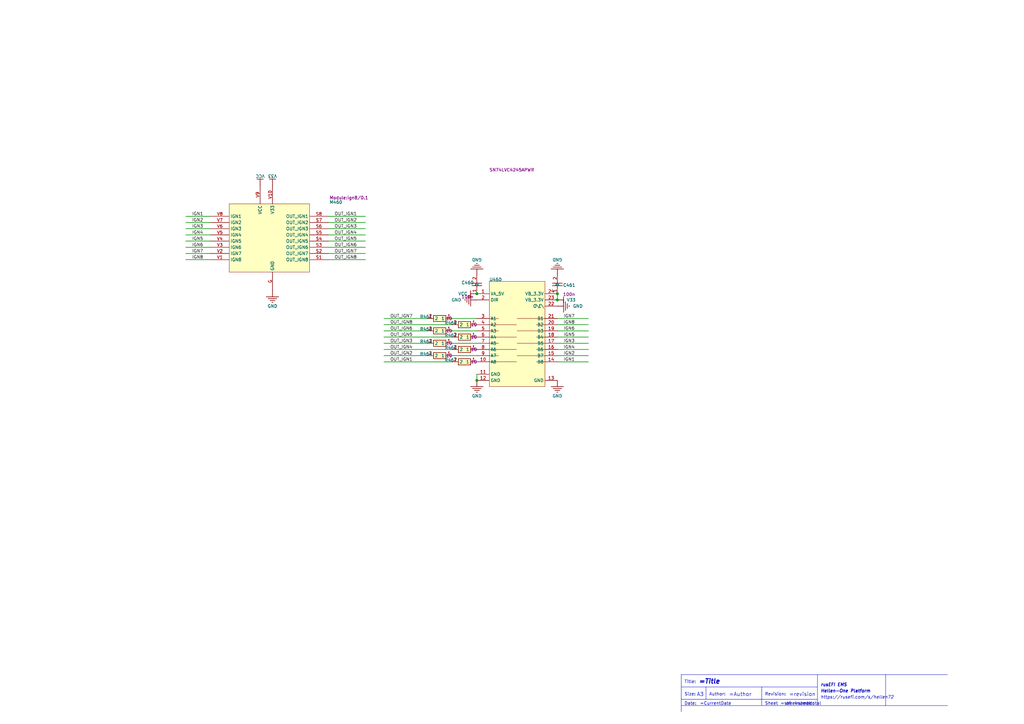
<source format=kicad_sch>
(kicad_sch (version 20201015) (generator eeschema)
  (paper "A3")
  (title_block (title "Hellen-One IGN8") (rev "0.1"))
  (lib_symbols
    (symbol "hellen1-ign8-altium-import:0_74LVC4245"
      (property "Value" "0_74LVC4245" (at 0 0 0))
      (symbol "0_74LVC4245_1_0"
        (rectangle (start 22.86 0) (end 0 -43.18) (fill (type background)))
        (polyline (pts (xy 0 -15.24) (xy 3.81 -15.24)))
        (polyline (pts (xy 22.86 -15.24) (xy 11.43 -15.24)))
        (polyline (pts (xy 0 -17.78) (xy 11.176 -17.78)))
        (polyline (pts (xy 19.304 -17.78) (xy 22.86 -17.78)))
        (polyline (pts (xy 0 -20.32) (xy 3.81 -20.32)))
        (polyline (pts (xy 22.86 -20.32) (xy 11.43 -20.32)))
        (polyline (pts (xy 0 -22.86) (xy 11.176 -22.86)))
        (polyline (pts (xy 19.304 -22.86) (xy 22.86 -22.86)))
        (polyline (pts (xy 0 -25.4) (xy 3.81 -25.4)))
        (polyline (pts (xy 22.86 -25.4) (xy 11.43 -25.4)))
        (polyline (pts (xy 0 -27.94) (xy 11.176 -27.94)))
        (polyline (pts (xy 19.304 -27.94) (xy 22.86 -27.94)))
        (polyline (pts (xy 0 -30.48) (xy 3.81 -30.48)))
        (polyline (pts (xy 22.86 -30.48) (xy 11.43 -30.48)))
        (polyline (pts (xy 0 -33.02) (xy 11.176 -33.02)))
        (polyline (pts (xy 19.304 -33.02) (xy 22.86 -33.02)))
        (pin bidirectional line (at -5.08 -15.24 0) (length 5.08) (name "A1") (number "3"))
        (pin bidirectional line (at 27.94 -15.24 180) (length 5.08) (name "B1") (number "21"))
        (pin bidirectional line (at -5.08 -17.78 0) (length 5.08) (name "A2") (number "4"))
        (pin power_in line (at -5.08 -5.08 0) (length 5.08) (name "VA_5V") (number "1"))
        (pin power_in line (at -5.08 -38.1 0) (length 5.08) (name "GND") (number "11"))
        (pin power_in line (at -5.08 -7.62 0) (length 5.08) (name "DIR") (number "2"))
        (pin bidirectional line (at 27.94 -17.78 180) (length 5.08) (name "B2") (number "20"))
        (pin bidirectional line (at -5.08 -20.32 0) (length 5.08) (name "A3") (number "5"))
        (pin bidirectional line (at 27.94 -20.32 180) (length 5.08) (name "B3") (number "19"))
        (pin bidirectional line (at -5.08 -22.86 0) (length 5.08) (name "A4") (number "6"))
        (pin bidirectional line (at 27.94 -22.86 180) (length 5.08) (name "B4") (number "18"))
        (pin bidirectional line (at -5.08 -25.4 0) (length 5.08) (name "A5") (number "7"))
        (pin bidirectional line (at 27.94 -25.4 180) (length 5.08) (name "B5") (number "17"))
        (pin bidirectional line (at -5.08 -27.94 0) (length 5.08) (name "A6") (number "8"))
        (pin bidirectional line (at 27.94 -27.94 180) (length 5.08) (name "B6") (number "16"))
        (pin bidirectional line (at -5.08 -30.48 0) (length 5.08) (name "A7") (number "9"))
        (pin bidirectional line (at 27.94 -30.48 180) (length 5.08) (name "B7") (number "15"))
        (pin bidirectional line (at -5.08 -33.02 0) (length 5.08) (name "A8") (number "10"))
        (pin bidirectional line (at 27.94 -33.02 180) (length 5.08) (name "B8") (number "14"))
        (pin power_in line (at -5.08 -40.64 0) (length 5.08) (name "GND") (number "12"))
        (pin power_in line (at 27.94 -40.64 180) (length 5.08) (name "GND") (number "13"))
        (pin power_in line (at 27.94 -5.08 180) (length 5.08) (name "VB_3.3V") (number "24"))
        (pin power_in line (at 27.94 -7.62 180) (length 5.08) (name "VB_3.3V") (number "23"))
        (pin power_in line (at 27.94 -10.16 180) (length 5.08) (name "O\\E\\") (number "22"))
      )
    )
    (symbol "hellen1-ign8-altium-import:0_Mod-Hellen-IGN8"
      (property "Value" "0_Mod-Hellen-IGN8" (at 0 0 0))
      (symbol "0_Mod-Hellen-IGN8_1_0"
        (rectangle (start 33.02 0) (end 0 -27.94) (fill (type background)))
        (pin passive line (at -7.62 -15.24 0) (length 7.62) (name "IGN5") (number "V4"))
        (pin passive line (at -7.62 -12.7 0) (length 7.62) (name "IGN4") (number "V5"))
        (pin passive line (at -7.62 -17.78 0) (length 7.62) (name "IGN6") (number "V3"))
        (pin passive line (at -7.62 -20.32 0) (length 7.62) (name "IGN7") (number "V2"))
        (pin passive line (at -7.62 -10.16 0) (length 7.62) (name "IGN3") (number "V6"))
        (pin passive line (at -7.62 -7.62 0) (length 7.62) (name "IGN2") (number "V7"))
        (pin passive line (at -7.62 -22.86 0) (length 7.62) (name "IGN8") (number "V1"))
        (pin passive line (at -7.62 -5.08 0) (length 7.62) (name "IGN1") (number "V8"))
        (pin passive line (at 40.64 -22.86 180) (length 7.62) (name "OUT_IGN8") (number "S1"))
        (pin passive line (at 40.64 -20.32 180) (length 7.62) (name "OUT_IGN7") (number "S2"))
        (pin passive line (at 40.64 -17.78 180) (length 7.62) (name "OUT_IGN6") (number "S3"))
        (pin passive line (at 40.64 -15.24 180) (length 7.62) (name "OUT_IGN5") (number "S4"))
        (pin passive line (at 40.64 -12.7 180) (length 7.62) (name "OUT_IGN4") (number "S5"))
        (pin passive line (at 40.64 -10.16 180) (length 7.62) (name "OUT_IGN3") (number "S6"))
        (pin passive line (at 40.64 -7.62 180) (length 7.62) (name "OUT_IGN2") (number "S7"))
        (pin passive line (at 40.64 -5.08 180) (length 7.62) (name "OUT_IGN1") (number "S8"))
        (pin passive line (at 17.78 -35.56 90) (length 7.62) (name "GND") (number "G"))
        (pin passive line (at 12.7 7.62 270) (length 7.62) (name "VCC") (number "V9"))
        (pin passive line (at 17.78 7.62 270) (length 7.62) (name "V33") (number "V10"))
      )
    )
    (symbol "hellen1-ign8-altium-import:2_mirrored_Cap"
      (property "Value" "2_mirrored_Cap" (at 0 0 0))
      (symbol "2_mirrored_Cap_1_0"
        (polyline (pts (xy 2.032 4.318) (xy -2.032 4.318)) (stroke (width 0.254)))
        (polyline (pts (xy -2.032 3.302) (xy 2.032 3.302)) (stroke (width 0.254)))
        (polyline (pts (xy 0 2.54) (xy 0 3.302)) (stroke (width 0.254)))
        (polyline (pts (xy 0 5.08) (xy 0 4.318)) (stroke (width 0.254)))
        (pin passive line (at 0 0 90) (length 2.54) (name "1") (number "1"))
        (pin passive line (at 0 7.62 270) (length 2.54) (name "2") (number "2"))
      )
    )
    (symbol "hellen1-ign8-altium-import:3_Res"
      (property "Value" "3_Res" (at 0 0 0))
      (symbol "3_Res_1_0"
        (rectangle (start -2.54 1.27) (end -7.62 -1.27) (stroke (width 0.254)) (fill (type background)))
        (pin passive line (at -10.16 0 0) (length 2.54) (name "2") (number "2"))
        (pin passive line (at 0 0 180) (length 2.54) (name "1") (number "1"))
      )
    )
    (symbol "hellen1-ign8-altium-import:GND" (power)
      (property "Reference" "#PWR" (at 0 0 0))
      (property "Value" "GND" (at 0 6.35 0))
      (symbol "GND_0_0"
        (polyline (pts (xy 0 0) (xy 0 -2.54)) (stroke (width 0.254)))
        (polyline (pts (xy -2.54 -2.54) (xy 2.54 -2.54)) (stroke (width 0.254)))
        (polyline (pts (xy -1.778 -3.302) (xy 1.778 -3.302)) (stroke (width 0.254)))
        (polyline (pts (xy -1.016 -4.064) (xy 1.016 -4.064)) (stroke (width 0.254)))
        (polyline (pts (xy -0.254 -4.826) (xy 0.254 -4.826)) (stroke (width 0.254)))
        (pin power_in line (at 0 0 0) (length 0) hide (name "GND") (number ""))
      )
    )
    (symbol "hellen1-ign8-altium-import:V33" (power)
      (property "Reference" "#PWR" (at 0 0 0))
      (property "Value" "V33" (at 0 3.81 0))
      (symbol "V33_0_0"
        (polyline (pts (xy 0 0) (xy 0 -2.54)) (stroke (width 0.254)))
        (polyline (pts (xy -1.27 -2.54) (xy 1.27 -2.54)) (stroke (width 0.254)))
        (pin power_in line (at 0 0 0) (length 0) hide (name "V33") (number ""))
      )
    )
    (symbol "hellen1-ign8-altium-import:VCC" (power)
      (property "Reference" "#PWR" (at 0 0 0))
      (property "Value" "VCC" (at 0 3.81 0))
      (symbol "VCC_0_0"
        (polyline (pts (xy 0 0) (xy 0 -2.54)) (stroke (width 0.254)))
        (polyline (pts (xy -1.27 -2.54) (xy 1.27 -2.54)) (stroke (width 0.254)))
        (pin power_in line (at 0 0 0) (length 0) hide (name "VCC") (number ""))
      )
    )
  )
  (junction (at 195.58 120.4722) (diameter 1.016))
  (junction (at 195.58 156.0322) (diameter 1.016))
  (junction (at 228.6 120.4722) (diameter 1.016))
  (junction (at 228.6 123.0122) (diameter 1.016))
  (wire (pts (xy 86.36 88.7222) (xy 76.2 88.7222)) (stroke (width 0.254)))
  (wire (pts (xy 86.36 91.2622) (xy 76.2 91.2622)) (stroke (width 0.254)))
  (wire (pts (xy 86.36 93.8022) (xy 76.2 93.8022)) (stroke (width 0.254)))
  (wire (pts (xy 86.36 96.3422) (xy 76.2 96.3422)) (stroke (width 0.254)))
  (wire (pts (xy 86.36 98.8822) (xy 76.2 98.8822)) (stroke (width 0.254)))
  (wire (pts (xy 86.36 101.4222) (xy 76.2 101.4222)) (stroke (width 0.254)))
  (wire (pts (xy 86.36 103.9622) (xy 76.2 103.9622)) (stroke (width 0.254)))
  (wire (pts (xy 86.36 106.5022) (xy 76.2 106.5022)) (stroke (width 0.254)))
  (wire (pts (xy 149.86 88.7222) (xy 134.62 88.7222)) (stroke (width 0.254)))
  (wire (pts (xy 149.86 91.2622) (xy 134.62 91.2622)) (stroke (width 0.254)))
  (wire (pts (xy 149.86 93.8022) (xy 134.62 93.8022)) (stroke (width 0.254)))
  (wire (pts (xy 149.86 96.3422) (xy 134.62 96.3422)) (stroke (width 0.254)))
  (wire (pts (xy 149.86 98.8822) (xy 134.62 98.8822)) (stroke (width 0.254)))
  (wire (pts (xy 149.86 101.4222) (xy 134.62 101.4222)) (stroke (width 0.254)))
  (wire (pts (xy 149.86 103.9622) (xy 134.62 103.9622)) (stroke (width 0.254)))
  (wire (pts (xy 149.86 106.5022) (xy 134.62 106.5022)) (stroke (width 0.254)))
  (wire (pts (xy 157.48 138.2522) (xy 185.42 138.2522)) (stroke (width 0.254)))
  (wire (pts (xy 157.48 140.7922) (xy 175.26 140.7922)) (stroke (width 0.254)))
  (wire (pts (xy 175.26 130.6322) (xy 157.48 130.6322)) (stroke (width 0.254)))
  (wire (pts (xy 175.26 135.7122) (xy 157.48 135.7122)) (stroke (width 0.254)))
  (wire (pts (xy 175.26 145.8722) (xy 157.48 145.8722)) (stroke (width 0.254)))
  (wire (pts (xy 185.42 130.6322) (xy 195.58 130.6322)) (stroke (width 0.254)))
  (wire (pts (xy 185.42 133.1722) (xy 157.48 133.1722)) (stroke (width 0.254)))
  (wire (pts (xy 185.42 135.7122) (xy 195.58 135.7122)) (stroke (width 0.254)))
  (wire (pts (xy 185.42 140.7922) (xy 195.58 140.7922)) (stroke (width 0.254)))
  (wire (pts (xy 185.42 143.3322) (xy 157.48 143.3322)) (stroke (width 0.254)))
  (wire (pts (xy 185.42 145.8722) (xy 195.58 145.8722)) (stroke (width 0.254)))
  (wire (pts (xy 185.42 148.4122) (xy 157.48 148.4122)) (stroke (width 0.254)))
  (wire (pts (xy 195.58 153.4922) (xy 195.58 156.0322)) (stroke (width 0.254)))
  (wire (pts (xy 228.6 123.0122) (xy 228.6 120.4722)) (stroke (width 0.254)))
  (wire (pts (xy 241.3 130.6322) (xy 228.6 130.6322)) (stroke (width 0.254)))
  (wire (pts (xy 241.3 133.1722) (xy 228.6 133.1722)) (stroke (width 0.254)))
  (wire (pts (xy 241.3 135.7122) (xy 228.6 135.7122)) (stroke (width 0.254)))
  (wire (pts (xy 241.3 138.2522) (xy 228.6 138.2522)) (stroke (width 0.254)))
  (wire (pts (xy 241.3 140.7922) (xy 228.6 140.7922)) (stroke (width 0.254)))
  (wire (pts (xy 241.3 143.3322) (xy 228.6 143.3322)) (stroke (width 0.254)))
  (wire (pts (xy 241.3 145.8722) (xy 228.6 145.8722)) (stroke (width 0.254)))
  (wire (pts (xy 241.3 148.4122) (xy 228.6 148.4122)) (stroke (width 0.254)))
  (polyline (pts (xy 279.4 276.6822) (xy 279.4 291.9222)) (stroke (width 0) (type solid)))
  (polyline (pts (xy 279.4 281.7622) (xy 335.28 281.7622)) (stroke (width 0) (type solid)))
  (polyline (pts (xy 279.4 286.8422) (xy 335.28 286.8422)) (stroke (width 0) (type solid)))
  (polyline (pts (xy 289.56 281.7622) (xy 289.56 286.8422)) (stroke (width 0) (type solid)))
  (polyline (pts (xy 312.42 281.7622) (xy 312.42 289.3822)) (stroke (width 0) (type solid)))
  (polyline (pts (xy 335.28 276.6822) (xy 335.28 289.3822)) (stroke (width 0) (type solid)))
  (polyline (pts (xy 363.22 276.6822) (xy 279.4 276.6822)) (stroke (width 0) (type solid)))
  (polyline (pts (xy 363.22 276.6822) (xy 363.22 289.3822)) (stroke (width 0) (type solid)))
  (polyline (pts (xy 363.22 289.3822) (xy 279.4 289.3822)) (stroke (width 0) (type solid)))
  (polyline (pts (xy 363.22 289.3822) (xy 388.62 289.3822)) (stroke (width 0) (type solid)))
  (polyline (pts (xy 388.62 276.6822) (xy 363.22 276.6822)) (stroke (width 0) (type solid)))
  (text "Title:" (at 280.67 280.4922 180) (effects (font (size 1.27 1.27)) (justify left bottom)))
  (text "Size:" (at 280.67 285.5722 180) (effects (font (size 1.27 1.27)) (justify left bottom)))
  (text "Date:" (at 280.67 289.3822 180) (effects (font (size 1.27 1.27)) (justify left bottom)))
  (text "A3" (at 285.75 285.8262 180) (effects (font (size 1.524 1.524)) (justify left bottom)))
  (text "=Title" (at 286.512 280.7462 180) (effects (font (size 1.905 1.905) bold italic) (justify left bottom)))
  (text "=CurrentDate" (at 287.02 289.3822 180) (effects (font (size 1.27 1.27)) (justify left bottom)))
  (text "Author:" (at 290.83 285.5722 180) (effects (font (size 1.27 1.27)) (justify left bottom)))
  (text "=Author" (at 298.958 285.8262 180) (effects (font (size 1.524 1.524)) (justify left bottom)))
  (text "Revision:" (at 313.69 285.5722 180) (effects (font (size 1.27 1.27)) (justify left bottom)))
  (text "Sheet" (at 313.69 289.3822 180) (effects (font (size 1.27 1.27)) (justify left bottom)))
  (text "=sheetnumber" (at 320.04 289.3822 180) (effects (font (size 1.27 1.27)) (justify left bottom)))
  (text "of" (at 322.326 289.3822 180) (effects (font (size 1.27 1.27)) (justify left bottom)))
  (text "=revision" (at 323.596 285.8262 180) (effects (font (size 1.524 1.524)) (justify left bottom)))
  (text "=sheettotal" (at 325.628 289.3822 180) (effects (font (size 1.27 1.27)) (justify left bottom)))
  (text "rusEFI EMS" (at 336.55 281.7622 180) (effects (font (size 1.27 1.27) bold italic) (justify left bottom)))
  (text "Hellen-One Platform" (at 336.55 284.3022 180) (effects (font (size 1.27 1.27) bold italic) (justify left bottom)))
  (text "https://rusefi.com/s/hellen72" (at 336.55 286.8422 180) (effects (font (size 1.27 1.27) italic) (justify left bottom)))
  (label "IGN1" (at 78.74 88.7222 0))
  (label "IGN2" (at 78.74 91.2622 0))
  (label "IGN3" (at 78.74 93.8022 0))
  (label "IGN4" (at 78.74 96.3422 0))
  (label "IGN5" (at 78.74 98.8822 0))
  (label "IGN6" (at 78.74 101.4222 0))
  (label "IGN7" (at 78.74 103.9622 0))
  (label "IGN8" (at 78.74 106.5022 0))
  (label "OUT_IGN1" (at 137.16 88.7222 0))
  (label "OUT_IGN2" (at 137.16 91.2622 0))
  (label "OUT_IGN3" (at 137.16 93.8022 0))
  (label "OUT_IGN4" (at 137.16 96.3422 0))
  (label "OUT_IGN5" (at 137.16 98.8822 0))
  (label "OUT_IGN6" (at 137.16 101.4222 0))
  (label "OUT_IGN7" (at 137.16 103.9622 0))
  (label "OUT_IGN8" (at 137.16 106.5022 0))
  (label "OUT_IGN7" (at 160.02 130.6322 0))
  (label "OUT_IGN8" (at 160.02 133.1722 0))
  (label "OUT_IGN6" (at 160.02 135.7122 0))
  (label "OUT_IGN5" (at 160.02 138.2522 0))
  (label "OUT_IGN3" (at 160.02 140.7922 0))
  (label "OUT_IGN4" (at 160.02 143.3322 0))
  (label "OUT_IGN2" (at 160.02 145.8722 0))
  (label "OUT_IGN1" (at 160.02 148.4122 0))
  (label "IGN7" (at 231.14 130.6322 0))
  (label "IGN8" (at 231.14 133.1722 0))
  (label "IGN6" (at 231.14 135.7122 0))
  (label "IGN5" (at 231.14 138.2522 0))
  (label "IGN3" (at 231.14 140.7922 0))
  (label "IGN4" (at 231.14 143.3322 0))
  (label "IGN2" (at 231.14 145.8722 0))
  (label "IGN1" (at 231.14 148.4122 0))
  (symbol (lib_id "hellen1-ign8-altium-import:VCC") (at 106.68 76.0222 180) (unit 1)
    (property "Reference" "#PWR?" (effects hide))
    (property "Value" "VCC" (at 106.68 72.2122 -180))
  )
  (symbol (lib_id "hellen1-ign8-altium-import:V33") (at 111.76 76.0222 180) (unit 1)
    (property "Reference" "#PWR?" (effects hide))
    (property "Value" "V33" (at 111.76 72.2122 -180))
  )
  (symbol (lib_id "hellen1-ign8-altium-import:VCC") (at 195.58 120.4722 270) (unit 1)
    (property "Reference" "#PWR?" (effects hide))
    (property "Value" "VCC" (at 191.77 120.4722 -270) (effects (justify right)))
  )
  (symbol (lib_id "hellen1-ign8-altium-import:V33") (at 228.6 123.0122 90) (unit 1)
    (property "Reference" "#PWR?" (effects hide))
    (property "Value" "V33" (at 232.41 123.0122 -90) (effects (justify left)))
  )
  (symbol (lib_id "hellen1-ign8-altium-import:GND") (at 111.76 119.2022 0) (unit 1)
    (property "Reference" "#PWR?" (effects hide))
    (property "Value" "GND" (at 111.76 125.5522 0))
  )
  (symbol (lib_id "hellen1-ign8-altium-import:GND") (at 195.58 112.8522 180) (unit 1)
    (property "Reference" "#PWR?" (effects hide))
    (property "Value" "GND" (at 195.58 106.5022 -180))
  )
  (symbol (lib_id "hellen1-ign8-altium-import:GND") (at 195.58 123.0122 270) (unit 1)
    (property "Reference" "#PWR?" (effects hide))
    (property "Value" "GND" (at 189.23 123.0122 -270) (effects (justify right)))
  )
  (symbol (lib_id "hellen1-ign8-altium-import:GND") (at 195.58 156.0322 0) (unit 1)
    (property "Reference" "#PWR?" (effects hide))
    (property "Value" "GND" (at 195.58 162.3822 0))
  )
  (symbol (lib_id "hellen1-ign8-altium-import:GND") (at 228.6 112.8522 180) (unit 1)
    (property "Reference" "#PWR?" (effects hide))
    (property "Value" "GND" (at 228.6 106.5022 -180))
  )
  (symbol (lib_id "hellen1-ign8-altium-import:GND") (at 228.6 125.5522 90) (unit 1)
    (property "Reference" "#PWR?" (effects hide))
    (property "Value" "GND" (at 234.95 125.5522 -90) (effects (justify left)))
  )
  (symbol (lib_id "hellen1-ign8-altium-import:GND") (at 228.6 156.0322 0) (unit 1)
    (property "Reference" "#PWR?" (effects hide))
    (property "Value" "GND" (at 228.6 162.3822 0))
  )
  (symbol (lib_id "hellen1-ign8-altium-import:3_Res") (at 185.42 130.6322 0) (unit 1)
    (property "Reference" "R461" (at 172.212 130.6322 0) (effects (justify left bottom)))
    (property "Fitted" "True" (effects hide))
    (property "PackageReference" "R0603" (effects hide))
    (property "Type" "SMD" (effects hide))
    (property "Supplier Part Number 1" "*" (effects hide))
    (property "Supplier Part Number 2" "*" (effects hide))
    (property "Supplier Part Number 3" "C22859" (effects hide))
    (property "Supplier 1" "Mouser" (effects hide))
    (property "Supplier 2" "DigiKey" (effects hide))
    (property "Supplier 3" "LCSC" (effects hide))
    (property "Comment" "10" (at 182.88 130.6322 0) (effects (justify left)))
  )
  (symbol (lib_id "hellen1-ign8-altium-import:3_Res") (at 185.42 135.7122 0) (unit 1)
    (property "Reference" "R468" (at 172.212 135.7122 0) (effects (justify left bottom)))
    (property "Fitted" "True" (effects hide))
    (property "PackageReference" "R0603" (effects hide))
    (property "Type" "SMD" (effects hide))
    (property "Supplier Part Number 1" "*" (effects hide))
    (property "Supplier Part Number 2" "*" (effects hide))
    (property "Supplier Part Number 3" "C22859" (effects hide))
    (property "Supplier 1" "Mouser" (effects hide))
    (property "Supplier 2" "DigiKey" (effects hide))
    (property "Supplier 3" "LCSC" (effects hide))
    (property "Comment" "10" (at 182.88 135.7122 0) (effects (justify left)))
  )
  (symbol (lib_id "hellen1-ign8-altium-import:3_Res") (at 185.42 140.7922 0) (unit 1)
    (property "Reference" "R463" (at 172.212 140.7922 0) (effects (justify left bottom)))
    (property "Fitted" "True" (effects hide))
    (property "PackageReference" "R0603" (effects hide))
    (property "Type" "SMD" (effects hide))
    (property "Supplier Part Number 1" "*" (effects hide))
    (property "Supplier Part Number 2" "*" (effects hide))
    (property "Supplier Part Number 3" "C22859" (effects hide))
    (property "Supplier 1" "Mouser" (effects hide))
    (property "Supplier 2" "DigiKey" (effects hide))
    (property "Supplier 3" "LCSC" (effects hide))
    (property "Comment" "10" (at 182.88 140.7922 0) (effects (justify left)))
  )
  (symbol (lib_id "hellen1-ign8-altium-import:3_Res") (at 185.42 145.8722 0) (unit 1)
    (property "Reference" "R464" (at 172.212 145.8722 0) (effects (justify left bottom)))
    (property "Fitted" "True" (effects hide))
    (property "PackageReference" "R0603" (effects hide))
    (property "Type" "SMD" (effects hide))
    (property "Supplier Part Number 1" "*" (effects hide))
    (property "Supplier Part Number 2" "*" (effects hide))
    (property "Supplier Part Number 3" "C22859" (effects hide))
    (property "Supplier 1" "Mouser" (effects hide))
    (property "Supplier 2" "DigiKey" (effects hide))
    (property "Supplier 3" "LCSC" (effects hide))
    (property "Comment" "10" (at 182.88 145.8722 0) (effects (justify left)))
  )
  (symbol (lib_id "hellen1-ign8-altium-import:3_Res") (at 195.58 133.1722 0) (unit 1)
    (property "Reference" "R469" (at 182.372 133.1722 0) (effects (justify left bottom)))
    (property "Fitted" "True" (effects hide))
    (property "PackageReference" "R0603" (effects hide))
    (property "Type" "SMD" (effects hide))
    (property "Supplier Part Number 1" "*" (effects hide))
    (property "Supplier Part Number 2" "*" (effects hide))
    (property "Supplier Part Number 3" "C22859" (effects hide))
    (property "Supplier 1" "Mouser" (effects hide))
    (property "Supplier 2" "DigiKey" (effects hide))
    (property "Supplier 3" "LCSC" (effects hide))
    (property "Comment" "10" (at 193.04 133.1722 0) (effects (justify left)))
  )
  (symbol (lib_id "hellen1-ign8-altium-import:3_Res") (at 195.58 138.2522 0) (unit 1)
    (property "Reference" "R462" (at 182.372 138.2522 0) (effects (justify left bottom)))
    (property "Fitted" "True" (effects hide))
    (property "PackageReference" "R0603" (effects hide))
    (property "Type" "SMD" (effects hide))
    (property "Supplier Part Number 1" "*" (effects hide))
    (property "Supplier Part Number 2" "*" (effects hide))
    (property "Supplier Part Number 3" "C22859" (effects hide))
    (property "Supplier 1" "Mouser" (effects hide))
    (property "Supplier 2" "DigiKey" (effects hide))
    (property "Supplier 3" "LCSC" (effects hide))
    (property "Comment" "10" (at 193.04 138.2522 0) (effects (justify left)))
  )
  (symbol (lib_id "hellen1-ign8-altium-import:3_Res") (at 195.58 143.3322 0) (unit 1)
    (property "Reference" "R466" (at 182.372 143.3322 0) (effects (justify left bottom)))
    (property "Fitted" "True" (effects hide))
    (property "PackageReference" "R0603" (effects hide))
    (property "Type" "SMD" (effects hide))
    (property "Supplier Part Number 1" "*" (effects hide))
    (property "Supplier Part Number 2" "*" (effects hide))
    (property "Supplier Part Number 3" "C22859" (effects hide))
    (property "Supplier 1" "Mouser" (effects hide))
    (property "Supplier 2" "DigiKey" (effects hide))
    (property "Supplier 3" "LCSC" (effects hide))
    (property "Comment" "10" (at 193.04 143.3322 0) (effects (justify left)))
  )
  (symbol (lib_id "hellen1-ign8-altium-import:3_Res") (at 195.58 148.4122 0) (unit 1)
    (property "Reference" "R467" (at 182.372 148.4122 0) (effects (justify left bottom)))
    (property "Fitted" "True" (effects hide))
    (property "PackageReference" "R0603" (effects hide))
    (property "Type" "SMD" (effects hide))
    (property "Supplier Part Number 1" "*" (effects hide))
    (property "Supplier Part Number 2" "*" (effects hide))
    (property "Supplier Part Number 3" "C22859" (effects hide))
    (property "Supplier 1" "Mouser" (effects hide))
    (property "Supplier 2" "DigiKey" (effects hide))
    (property "Supplier 3" "LCSC" (effects hide))
    (property "Comment" "10" (at 193.04 148.4122 0) (effects (justify left)))
  )
  (symbol (lib_id "hellen1-ign8-altium-import:2_mirrored_Cap") (at 195.58 120.4722 0) (unit 1)
    (property "Reference" "C460" (at 189.23 116.6622 0) (effects (justify left bottom)))
    (property "Fitted" "True" (effects hide))
    (property "Type" "SMD" (effects hide))
    (property "Supplier 3" "LCSC" (effects hide))
    (property "Supplier Part Number 3" "C14663" (effects hide))
    (property "PackageReference" "C0603" (effects hide))
    (property "Comment" "100n" (at 189.23 121.7422 0) (effects (justify left mirror)))
  )
  (symbol (lib_id "hellen1-ign8-altium-import:2_mirrored_Cap") (at 228.6 120.4722 0) (unit 1)
    (property "Reference" "C461" (at 230.886 117.6782 0) (effects (justify left bottom)))
    (property "Fitted" "True" (effects hide))
    (property "Type" "SMD" (effects hide))
    (property "Supplier 3" "LCSC" (effects hide))
    (property "Supplier Part Number 3" "C14663" (effects hide))
    (property "PackageReference" "C0603" (effects hide))
    (property "Comment" "100n" (at 230.886 120.7262 0) (effects (justify left mirror)))
  )
  (symbol (lib_id "hellen1-ign8-altium-import:0_74LVC4245") (at 200.66 115.3922 0) (unit 1)
    (property "Reference" "U460" (at 200.66 115.3922 0) (effects (justify left bottom)))
    (property "PackageReference" "TSSOP24" (effects hide))
    (property "Type" "SMD" (effects hide))
    (property "Supplier 1" "Mouser" (effects hide))
    (property "Supplier 2" "DigiKey" (effects hide))
    (property "Supplier 3" "LCSC" (effects hide))
    (property "Supplier Part Number 1" "*" (effects hide))
    (property "Supplier Part Number 2" "*" (effects hide))
    (property "Supplier Part Number 3" "C7859" (effects hide))
    (property "Comment" "SN74LVC4245APWR" (at 200.66 69.6722 0) (effects (justify left)))
  )
  (symbol (lib_id "hellen1-ign8-altium-import:0_Mod-Hellen-IGN8") (at 93.98 83.6422 0) (unit 1)
    (property "Reference" "M460" (at 135.128 83.6422 0) (effects (justify left bottom)))
    (property "Publisher" "andreika" (effects hide))
    (property "Supplier Part Number 1" "*" (effects hide))
    (property "Supplier Part Number 2" "*" (effects hide))
    (property "Supplier 1" "Mouser" (effects hide))
    (property "Supplier 2" "Digi-Key" (effects hide))
    (property "Fitted" "False" (effects hide))
    (property "Supplier 3" "LCSC" (effects hide))
    (property "Type" "Module" (effects hide))
    (property "Comment" "Module:ign8/0.1" (at 135.128 81.1022 0) (effects (justify left)))
  )
)
</source>
